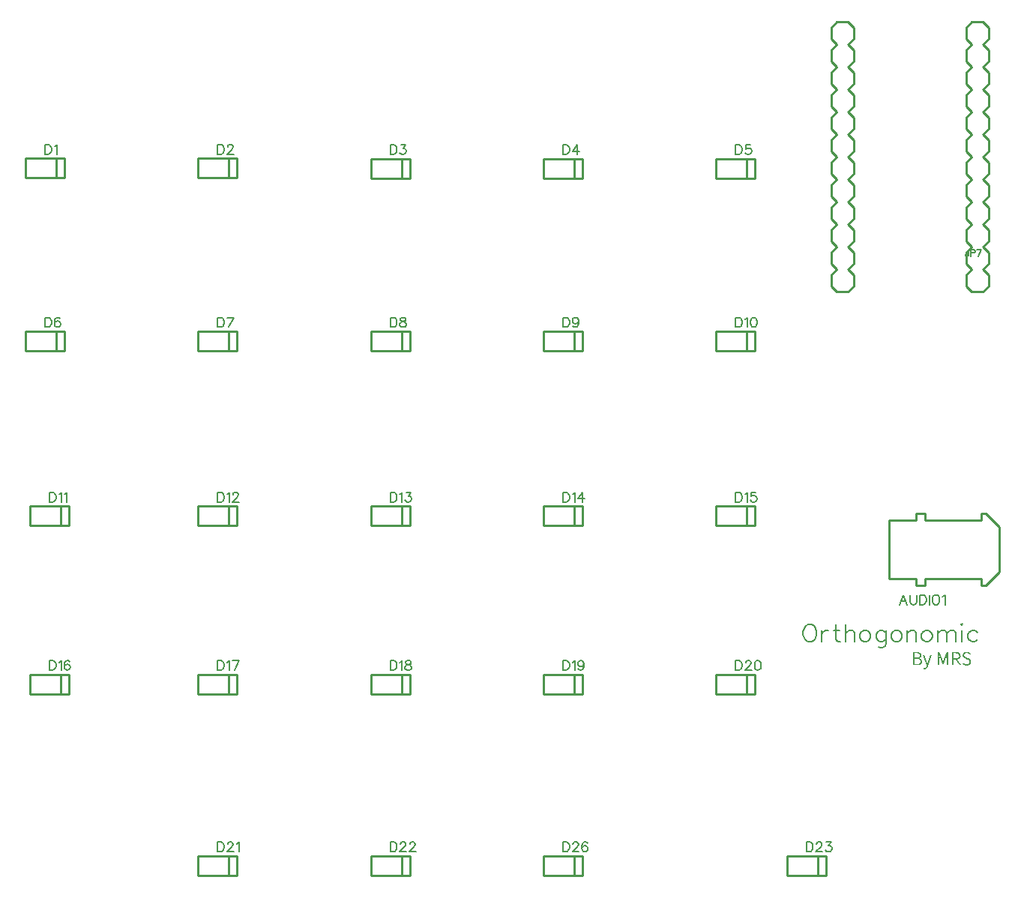
<source format=gto>
G04 Layer: TopSilkLayer*
G04 EasyEDA v6.4.17, 2021-03-21T20:07:18+01:00*
G04 c47a54ca09f5448bbd9a4779f7b556aa,4df854c6aec24255a39790d4430c752a,10*
G04 Gerber Generator version 0.2*
G04 Scale: 100 percent, Rotated: No, Reflected: No *
G04 Dimensions in millimeters *
G04 leading zeros omitted , absolute positions ,4 integer and 5 decimal *
%FSLAX45Y45*%
%MOMM*%

%ADD10C,0.2540*%
%ADD19C,0.2032*%
%ADD20C,0.1524*%

%LPD*%
G36*
X12211812Y1116584D02*
G01*
X12205360Y1116228D01*
X12199264Y1115263D01*
X12193524Y1113688D01*
X12188240Y1111554D01*
X12183364Y1108811D01*
X12179046Y1105611D01*
X12175286Y1101953D01*
X12172086Y1097838D01*
X12169495Y1093317D01*
X12167666Y1088440D01*
X12166498Y1083259D01*
X12166092Y1077722D01*
X12166803Y1070152D01*
X12168835Y1063548D01*
X12171984Y1057859D01*
X12175947Y1052982D01*
X12180620Y1048816D01*
X12185700Y1045311D01*
X12190984Y1042365D01*
X12217908Y1030478D01*
X12227864Y1025753D01*
X12232182Y1023213D01*
X12235942Y1020368D01*
X12239040Y1017066D01*
X12241326Y1013206D01*
X12242800Y1008583D01*
X12243308Y1003046D01*
X12242749Y997559D01*
X12241022Y992632D01*
X12238278Y988212D01*
X12234570Y984503D01*
X12229846Y981506D01*
X12224258Y979271D01*
X12217806Y977849D01*
X12210542Y977392D01*
X12204598Y977747D01*
X12198807Y978712D01*
X12193117Y980338D01*
X12187732Y982522D01*
X12182551Y985215D01*
X12177623Y988415D01*
X12173102Y992124D01*
X12168886Y996187D01*
X12158726Y984758D01*
X12163704Y979881D01*
X12169190Y975512D01*
X12175083Y971753D01*
X12181382Y968552D01*
X12188037Y966012D01*
X12195098Y964184D01*
X12202515Y963066D01*
X12210288Y962660D01*
X12217704Y963015D01*
X12224664Y964133D01*
X12231065Y965860D01*
X12236907Y968248D01*
X12242190Y971245D01*
X12246813Y974750D01*
X12250826Y978712D01*
X12254179Y983132D01*
X12256820Y987958D01*
X12258751Y993140D01*
X12259919Y998575D01*
X12260326Y1004316D01*
X12259716Y1012037D01*
X12257887Y1018794D01*
X12254992Y1024636D01*
X12251232Y1029665D01*
X12246610Y1033983D01*
X12241377Y1037742D01*
X12235535Y1041044D01*
X12229338Y1043940D01*
X12203480Y1055014D01*
X12199162Y1057148D01*
X12195048Y1059484D01*
X12191238Y1062228D01*
X12187936Y1065428D01*
X12185396Y1069238D01*
X12183719Y1073708D01*
X12183110Y1078992D01*
X12183618Y1083970D01*
X12185142Y1088440D01*
X12187631Y1092352D01*
X12190984Y1095654D01*
X12195149Y1098296D01*
X12200026Y1100226D01*
X12205614Y1101445D01*
X12211812Y1101852D01*
X12216993Y1101598D01*
X12221921Y1100836D01*
X12226594Y1099616D01*
X12230963Y1097991D01*
X12235180Y1095908D01*
X12239091Y1093470D01*
X12242850Y1090726D01*
X12246356Y1087628D01*
X12255246Y1098296D01*
X12251182Y1102156D01*
X12246711Y1105662D01*
X12241784Y1108760D01*
X12236500Y1111453D01*
X12230811Y1113586D01*
X12224766Y1115212D01*
X12218416Y1116228D01*
G37*
G36*
X12045188Y1114044D02*
G01*
X12045188Y1100328D01*
X12088114Y1100328D01*
X12096648Y1099972D01*
X12104116Y1098854D01*
X12110516Y1096924D01*
X12115850Y1094130D01*
X12120016Y1090320D01*
X12123013Y1085545D01*
X12124842Y1079652D01*
X12125452Y1072642D01*
X12124842Y1065682D01*
X12123013Y1059688D01*
X12120016Y1054608D01*
X12115850Y1050493D01*
X12110516Y1047292D01*
X12104116Y1045006D01*
X12096648Y1043635D01*
X12088114Y1043178D01*
X12062206Y1043178D01*
X12062206Y1100328D01*
X12045188Y1100328D01*
X12045188Y965200D01*
X12062206Y965200D01*
X12062206Y1029462D01*
X12089892Y1029462D01*
X12127230Y965200D01*
X12146026Y965200D01*
X12107672Y1030986D01*
X12112752Y1032357D01*
X12117476Y1034135D01*
X12121845Y1036269D01*
X12125909Y1038758D01*
X12129516Y1041603D01*
X12132767Y1044854D01*
X12135561Y1048512D01*
X12137898Y1052525D01*
X12139726Y1056944D01*
X12141098Y1061770D01*
X12141911Y1067003D01*
X12142216Y1072642D01*
X12141758Y1079855D01*
X12140539Y1086307D01*
X12138456Y1091946D01*
X12135612Y1096924D01*
X12132106Y1101191D01*
X12127890Y1104747D01*
X12123064Y1107744D01*
X12117628Y1110081D01*
X12111685Y1111859D01*
X12105182Y1113078D01*
X12098274Y1113790D01*
X12090908Y1114044D01*
G37*
G36*
X11881866Y1114044D02*
G01*
X11881866Y965200D01*
X11897106Y965200D01*
X11897055Y1056030D01*
X11896039Y1078230D01*
X11895074Y1094232D01*
X11895836Y1094232D01*
X11907774Y1060450D01*
X11936984Y980440D01*
X11948668Y980440D01*
X11977624Y1060450D01*
X11989308Y1094232D01*
X11990324Y1094232D01*
X11988952Y1072540D01*
X11988444Y1061313D01*
X11988292Y1051052D01*
X11988292Y965200D01*
X12003786Y965200D01*
X12003786Y1114044D01*
X11983212Y1114044D01*
X11954002Y1032764D01*
X11948972Y1016812D01*
X11943588Y1001014D01*
X11942572Y1001014D01*
X11931904Y1032764D01*
X11902694Y1114044D01*
G37*
G36*
X11603228Y1114044D02*
G01*
X11603228Y1100582D01*
X11643868Y1100582D01*
X11652351Y1100226D01*
X11659768Y1099210D01*
X11666067Y1097432D01*
X11671198Y1094892D01*
X11675211Y1091438D01*
X11678107Y1087069D01*
X11679885Y1081786D01*
X11680444Y1075436D01*
X11679936Y1069898D01*
X11678310Y1064920D01*
X11675567Y1060602D01*
X11671655Y1056944D01*
X11666474Y1053998D01*
X11659971Y1051814D01*
X11652148Y1050493D01*
X11642852Y1050036D01*
X11619992Y1050036D01*
X11619992Y1100582D01*
X11603228Y1100582D01*
X11603228Y1037082D01*
X11646916Y1037082D01*
X11653418Y1036878D01*
X11659412Y1036370D01*
X11664899Y1035456D01*
X11669877Y1034135D01*
X11674348Y1032459D01*
X11678208Y1030376D01*
X11681561Y1027937D01*
X11684304Y1025042D01*
X11686489Y1021740D01*
X11688064Y1018082D01*
X11689029Y1013917D01*
X11689334Y1009396D01*
X11689029Y1004316D01*
X11688013Y999693D01*
X11686438Y995578D01*
X11684203Y991920D01*
X11681409Y988771D01*
X11678056Y986028D01*
X11674094Y983742D01*
X11669674Y981913D01*
X11664696Y980440D01*
X11659209Y979474D01*
X11653316Y978865D01*
X11646916Y978662D01*
X11619992Y978662D01*
X11619992Y1037082D01*
X11603228Y1037082D01*
X11603228Y965200D01*
X11649456Y965200D01*
X11655552Y965352D01*
X11661444Y965860D01*
X11667032Y966724D01*
X11672316Y967892D01*
X11677294Y969416D01*
X11681917Y971296D01*
X11686184Y973531D01*
X11690146Y976071D01*
X11693652Y978966D01*
X11696750Y982167D01*
X11699443Y985723D01*
X11701729Y989634D01*
X11703507Y993851D01*
X11704777Y998474D01*
X11705590Y1003350D01*
X11705844Y1008634D01*
X11705285Y1015847D01*
X11703558Y1022299D01*
X11700865Y1027937D01*
X11697208Y1032814D01*
X11692686Y1036929D01*
X11687403Y1040231D01*
X11681460Y1042720D01*
X11674856Y1044448D01*
X11674856Y1045210D01*
X11679885Y1047394D01*
X11684304Y1050239D01*
X11688114Y1053642D01*
X11691213Y1057605D01*
X11693702Y1062075D01*
X11695480Y1066901D01*
X11696598Y1072032D01*
X11696954Y1077468D01*
X11696547Y1083614D01*
X11695277Y1089152D01*
X11693245Y1094130D01*
X11690502Y1098448D01*
X11687048Y1102258D01*
X11682882Y1105458D01*
X11678107Y1108151D01*
X11672773Y1110335D01*
X11666829Y1111961D01*
X11660428Y1113129D01*
X11653520Y1113840D01*
X11646154Y1114044D01*
G37*
G36*
X11714480Y1074928D02*
G01*
X11758676Y964692D01*
X11756390Y956056D01*
X11754408Y950925D01*
X11752122Y946150D01*
X11749481Y941933D01*
X11746534Y938276D01*
X11743182Y935278D01*
X11739422Y933043D01*
X11735308Y931671D01*
X11730736Y931164D01*
X11728399Y931316D01*
X11722100Y932942D01*
X11718798Y919480D01*
X11721439Y918464D01*
X11724436Y917752D01*
X11727738Y917346D01*
X11731244Y917194D01*
X11736374Y917549D01*
X11741099Y918565D01*
X11745468Y920191D01*
X11749481Y922375D01*
X11753189Y925118D01*
X11756542Y928319D01*
X11759641Y931926D01*
X11762435Y935990D01*
X11764975Y940358D01*
X11767312Y944981D01*
X11769445Y949909D01*
X11813286Y1074928D01*
X11797030Y1074928D01*
X11774119Y1004671D01*
X11767058Y981202D01*
X11766042Y981202D01*
X11755120Y1012190D01*
X11731752Y1074928D01*
G37*
D19*
X10418572Y1424178D02*
G01*
X10400029Y1415034D01*
X10381741Y1396492D01*
X10372343Y1377950D01*
X10363200Y1350263D01*
X10363200Y1304289D01*
X10372343Y1276350D01*
X10381741Y1258062D01*
X10400029Y1239520D01*
X10418572Y1230376D01*
X10455656Y1230376D01*
X10473943Y1239520D01*
X10492486Y1258062D01*
X10501629Y1276350D01*
X10511027Y1304289D01*
X10511027Y1350263D01*
X10501629Y1377950D01*
X10492486Y1396492D01*
X10473943Y1415034D01*
X10455656Y1424178D01*
X10418572Y1424178D01*
X10571988Y1359662D02*
G01*
X10571988Y1230376D01*
X10571988Y1304289D02*
G01*
X10581131Y1331976D01*
X10599674Y1350263D01*
X10618215Y1359662D01*
X10645902Y1359662D01*
X10734547Y1424178D02*
G01*
X10734547Y1267205D01*
X10743691Y1239520D01*
X10762234Y1230376D01*
X10780775Y1230376D01*
X10706861Y1359662D02*
G01*
X10771377Y1359662D01*
X10841736Y1424178D02*
G01*
X10841736Y1230376D01*
X10841736Y1322578D02*
G01*
X10869422Y1350263D01*
X10887709Y1359662D01*
X10915650Y1359662D01*
X10933938Y1350263D01*
X10943336Y1322578D01*
X10943336Y1230376D01*
X11050270Y1359662D02*
G01*
X11031981Y1350263D01*
X11013440Y1331976D01*
X11004295Y1304289D01*
X11004295Y1285747D01*
X11013440Y1258062D01*
X11031981Y1239520D01*
X11050270Y1230376D01*
X11078209Y1230376D01*
X11096497Y1239520D01*
X11115040Y1258062D01*
X11124184Y1285747D01*
X11124184Y1304289D01*
X11115040Y1331976D01*
X11096497Y1350263D01*
X11078209Y1359662D01*
X11050270Y1359662D01*
X11296141Y1359662D02*
G01*
X11296141Y1211834D01*
X11286743Y1184147D01*
X11277600Y1174750D01*
X11259058Y1165605D01*
X11231372Y1165605D01*
X11212829Y1174750D01*
X11296141Y1331976D02*
G01*
X11277600Y1350263D01*
X11259058Y1359662D01*
X11231372Y1359662D01*
X11212829Y1350263D01*
X11194541Y1331976D01*
X11185143Y1304289D01*
X11185143Y1285747D01*
X11194541Y1258062D01*
X11212829Y1239520D01*
X11231372Y1230376D01*
X11259058Y1230376D01*
X11277600Y1239520D01*
X11296141Y1258062D01*
X11403329Y1359662D02*
G01*
X11384788Y1350263D01*
X11366245Y1331976D01*
X11357102Y1304289D01*
X11357102Y1285747D01*
X11366245Y1258062D01*
X11384788Y1239520D01*
X11403329Y1230376D01*
X11431015Y1230376D01*
X11449304Y1239520D01*
X11467845Y1258062D01*
X11476990Y1285747D01*
X11476990Y1304289D01*
X11467845Y1331976D01*
X11449304Y1350263D01*
X11431015Y1359662D01*
X11403329Y1359662D01*
X11537950Y1359662D02*
G01*
X11537950Y1230376D01*
X11537950Y1322578D02*
G01*
X11565890Y1350263D01*
X11584177Y1359662D01*
X11611863Y1359662D01*
X11630406Y1350263D01*
X11639550Y1322578D01*
X11639550Y1230376D01*
X11746738Y1359662D02*
G01*
X11728450Y1350263D01*
X11709908Y1331976D01*
X11700509Y1304289D01*
X11700509Y1285747D01*
X11709908Y1258062D01*
X11728450Y1239520D01*
X11746738Y1230376D01*
X11774424Y1230376D01*
X11792965Y1239520D01*
X11811508Y1258062D01*
X11820652Y1285747D01*
X11820652Y1304289D01*
X11811508Y1331976D01*
X11792965Y1350263D01*
X11774424Y1359662D01*
X11746738Y1359662D01*
X11881611Y1359662D02*
G01*
X11881611Y1230376D01*
X11881611Y1322578D02*
G01*
X11909297Y1350263D01*
X11927840Y1359662D01*
X11955525Y1359662D01*
X11974068Y1350263D01*
X11983211Y1322578D01*
X11983211Y1230376D01*
X11983211Y1322578D02*
G01*
X12010897Y1350263D01*
X12029440Y1359662D01*
X12057125Y1359662D01*
X12075668Y1350263D01*
X12084811Y1322578D01*
X12084811Y1230376D01*
X12145772Y1424178D02*
G01*
X12155170Y1415034D01*
X12164313Y1424178D01*
X12155170Y1433576D01*
X12145772Y1424178D01*
X12155170Y1359662D02*
G01*
X12155170Y1230376D01*
X12336018Y1331976D02*
G01*
X12317729Y1350263D01*
X12299188Y1359662D01*
X12271502Y1359662D01*
X12252959Y1350263D01*
X12234418Y1331976D01*
X12225274Y1304289D01*
X12225274Y1285747D01*
X12234418Y1258062D01*
X12252959Y1239520D01*
X12271502Y1230376D01*
X12299188Y1230376D01*
X12317729Y1239520D01*
X12336018Y1258062D01*
D20*
X10399999Y-1032283D02*
G01*
X10399999Y-1141249D01*
X10399999Y-1032283D02*
G01*
X10436321Y-1032283D01*
X10452069Y-1037363D01*
X10462229Y-1047777D01*
X10467563Y-1058191D01*
X10472643Y-1073939D01*
X10472643Y-1099847D01*
X10467563Y-1115341D01*
X10462229Y-1125755D01*
X10452069Y-1136169D01*
X10436321Y-1141249D01*
X10399999Y-1141249D01*
X10512267Y-1058191D02*
G01*
X10512267Y-1053111D01*
X10517347Y-1042697D01*
X10522681Y-1037363D01*
X10533095Y-1032283D01*
X10553669Y-1032283D01*
X10564083Y-1037363D01*
X10569417Y-1042697D01*
X10574497Y-1053111D01*
X10574497Y-1063525D01*
X10569417Y-1073939D01*
X10559003Y-1089433D01*
X10506933Y-1141249D01*
X10579831Y-1141249D01*
X10624535Y-1032283D02*
G01*
X10681685Y-1032283D01*
X10650443Y-1073939D01*
X10665937Y-1073939D01*
X10676351Y-1079019D01*
X10681685Y-1084099D01*
X10686765Y-1099847D01*
X10686765Y-1110261D01*
X10681685Y-1125755D01*
X10671271Y-1136169D01*
X10655523Y-1141249D01*
X10640029Y-1141249D01*
X10624535Y-1136169D01*
X10619201Y-1131089D01*
X10614121Y-1120675D01*
X5699998Y-1032283D02*
G01*
X5699998Y-1141249D01*
X5699998Y-1032283D02*
G01*
X5736320Y-1032283D01*
X5752068Y-1037363D01*
X5762228Y-1047777D01*
X5767562Y-1058191D01*
X5772642Y-1073939D01*
X5772642Y-1099847D01*
X5767562Y-1115341D01*
X5762228Y-1125755D01*
X5752068Y-1136169D01*
X5736320Y-1141249D01*
X5699998Y-1141249D01*
X5812266Y-1058191D02*
G01*
X5812266Y-1053111D01*
X5817346Y-1042697D01*
X5822680Y-1037363D01*
X5833094Y-1032283D01*
X5853668Y-1032283D01*
X5864082Y-1037363D01*
X5869416Y-1042697D01*
X5874496Y-1053111D01*
X5874496Y-1063525D01*
X5869416Y-1073939D01*
X5859002Y-1089433D01*
X5806932Y-1141249D01*
X5879830Y-1141249D01*
X5919200Y-1058191D02*
G01*
X5919200Y-1053111D01*
X5924534Y-1042697D01*
X5929614Y-1037363D01*
X5940028Y-1032283D01*
X5960856Y-1032283D01*
X5971270Y-1037363D01*
X5976350Y-1042697D01*
X5981684Y-1053111D01*
X5981684Y-1063525D01*
X5976350Y-1073939D01*
X5965936Y-1089433D01*
X5914120Y-1141249D01*
X5986764Y-1141249D01*
X3750000Y-1032283D02*
G01*
X3750000Y-1141249D01*
X3750000Y-1032283D02*
G01*
X3786322Y-1032283D01*
X3802070Y-1037363D01*
X3812230Y-1047777D01*
X3817564Y-1058191D01*
X3822644Y-1073939D01*
X3822644Y-1099847D01*
X3817564Y-1115341D01*
X3812230Y-1125755D01*
X3802070Y-1136169D01*
X3786322Y-1141249D01*
X3750000Y-1141249D01*
X3862268Y-1058191D02*
G01*
X3862268Y-1053111D01*
X3867348Y-1042697D01*
X3872682Y-1037363D01*
X3883096Y-1032283D01*
X3903670Y-1032283D01*
X3914084Y-1037363D01*
X3919418Y-1042697D01*
X3924498Y-1053111D01*
X3924498Y-1063525D01*
X3919418Y-1073939D01*
X3909004Y-1089433D01*
X3856934Y-1141249D01*
X3929832Y-1141249D01*
X3964122Y-1053111D02*
G01*
X3974536Y-1047777D01*
X3990030Y-1032283D01*
X3990030Y-1141249D01*
X9600001Y1017717D02*
G01*
X9600001Y908751D01*
X9600001Y1017717D02*
G01*
X9636323Y1017717D01*
X9652071Y1012637D01*
X9662231Y1002223D01*
X9667565Y991809D01*
X9672645Y976061D01*
X9672645Y950153D01*
X9667565Y934659D01*
X9662231Y924245D01*
X9652071Y913831D01*
X9636323Y908751D01*
X9600001Y908751D01*
X9712269Y991809D02*
G01*
X9712269Y996889D01*
X9717349Y1007303D01*
X9722683Y1012637D01*
X9733097Y1017717D01*
X9753671Y1017717D01*
X9764085Y1012637D01*
X9769419Y1007303D01*
X9774499Y996889D01*
X9774499Y986475D01*
X9769419Y976061D01*
X9759005Y960567D01*
X9706935Y908751D01*
X9779833Y908751D01*
X9845111Y1017717D02*
G01*
X9829617Y1012637D01*
X9819203Y996889D01*
X9814123Y970981D01*
X9814123Y955487D01*
X9819203Y929325D01*
X9829617Y913831D01*
X9845111Y908751D01*
X9855525Y908751D01*
X9871273Y913831D01*
X9881687Y929325D01*
X9886767Y955487D01*
X9886767Y970981D01*
X9881687Y996889D01*
X9871273Y1012637D01*
X9855525Y1017717D01*
X9845111Y1017717D01*
X7649999Y1017717D02*
G01*
X7649999Y908751D01*
X7649999Y1017717D02*
G01*
X7686321Y1017717D01*
X7702069Y1012637D01*
X7712229Y1002223D01*
X7717563Y991809D01*
X7722643Y976061D01*
X7722643Y950153D01*
X7717563Y934659D01*
X7712229Y924245D01*
X7702069Y913831D01*
X7686321Y908751D01*
X7649999Y908751D01*
X7756933Y996889D02*
G01*
X7767347Y1002223D01*
X7783095Y1017717D01*
X7783095Y908751D01*
X7884949Y981395D02*
G01*
X7879615Y965901D01*
X7869201Y955487D01*
X7853707Y950153D01*
X7848373Y950153D01*
X7832879Y955487D01*
X7822465Y965901D01*
X7817385Y981395D01*
X7817385Y986475D01*
X7822465Y1002223D01*
X7832879Y1012637D01*
X7848373Y1017717D01*
X7853707Y1017717D01*
X7869201Y1012637D01*
X7879615Y1002223D01*
X7884949Y981395D01*
X7884949Y955487D01*
X7879615Y929325D01*
X7869201Y913831D01*
X7853707Y908751D01*
X7843293Y908751D01*
X7827799Y913831D01*
X7822465Y924245D01*
X5699998Y1017717D02*
G01*
X5699998Y908751D01*
X5699998Y1017717D02*
G01*
X5736320Y1017717D01*
X5752068Y1012637D01*
X5762228Y1002223D01*
X5767562Y991809D01*
X5772642Y976061D01*
X5772642Y950153D01*
X5767562Y934659D01*
X5762228Y924245D01*
X5752068Y913831D01*
X5736320Y908751D01*
X5699998Y908751D01*
X5806932Y996889D02*
G01*
X5817346Y1002223D01*
X5833094Y1017717D01*
X5833094Y908751D01*
X5893292Y1017717D02*
G01*
X5877798Y1012637D01*
X5872464Y1002223D01*
X5872464Y991809D01*
X5877798Y981395D01*
X5887958Y976061D01*
X5908786Y970981D01*
X5924534Y965901D01*
X5934948Y955487D01*
X5940028Y945073D01*
X5940028Y929325D01*
X5934948Y918911D01*
X5929614Y913831D01*
X5914120Y908751D01*
X5893292Y908751D01*
X5877798Y913831D01*
X5872464Y918911D01*
X5867384Y929325D01*
X5867384Y945073D01*
X5872464Y955487D01*
X5882878Y965901D01*
X5898372Y970981D01*
X5919200Y976061D01*
X5929614Y981395D01*
X5934948Y991809D01*
X5934948Y1002223D01*
X5929614Y1012637D01*
X5914120Y1017717D01*
X5893292Y1017717D01*
X3750000Y1017717D02*
G01*
X3750000Y908751D01*
X3750000Y1017717D02*
G01*
X3786322Y1017717D01*
X3802070Y1012637D01*
X3812230Y1002223D01*
X3817564Y991809D01*
X3822644Y976061D01*
X3822644Y950153D01*
X3817564Y934659D01*
X3812230Y924245D01*
X3802070Y913831D01*
X3786322Y908751D01*
X3750000Y908751D01*
X3856934Y996889D02*
G01*
X3867348Y1002223D01*
X3883096Y1017717D01*
X3883096Y908751D01*
X3990030Y1017717D02*
G01*
X3937960Y908751D01*
X3917386Y1017717D02*
G01*
X3990030Y1017717D01*
X1849998Y1017717D02*
G01*
X1849998Y908751D01*
X1849998Y1017717D02*
G01*
X1886320Y1017717D01*
X1902068Y1012637D01*
X1912228Y1002223D01*
X1917562Y991809D01*
X1922642Y976061D01*
X1922642Y950153D01*
X1917562Y934659D01*
X1912228Y924245D01*
X1902068Y913831D01*
X1886320Y908751D01*
X1849998Y908751D01*
X1956932Y996889D02*
G01*
X1967346Y1002223D01*
X1983094Y1017717D01*
X1983094Y908751D01*
X2079614Y1002223D02*
G01*
X2074534Y1012637D01*
X2058786Y1017717D01*
X2048372Y1017717D01*
X2032878Y1012637D01*
X2022464Y996889D01*
X2017384Y970981D01*
X2017384Y945073D01*
X2022464Y924245D01*
X2032878Y913831D01*
X2048372Y908751D01*
X2053706Y908751D01*
X2069200Y913831D01*
X2079614Y924245D01*
X2084948Y939739D01*
X2084948Y945073D01*
X2079614Y960567D01*
X2069200Y970981D01*
X2053706Y976061D01*
X2048372Y976061D01*
X2032878Y970981D01*
X2022464Y960567D01*
X2017384Y945073D01*
X9599998Y2917715D02*
G01*
X9599998Y2808749D01*
X9599998Y2917715D02*
G01*
X9636320Y2917715D01*
X9652068Y2912635D01*
X9662228Y2902221D01*
X9667562Y2891807D01*
X9672642Y2876059D01*
X9672642Y2850151D01*
X9667562Y2834657D01*
X9662228Y2824243D01*
X9652068Y2813829D01*
X9636320Y2808749D01*
X9599998Y2808749D01*
X9706932Y2896887D02*
G01*
X9717346Y2902221D01*
X9733094Y2917715D01*
X9733094Y2808749D01*
X9829614Y2917715D02*
G01*
X9777798Y2917715D01*
X9772464Y2870979D01*
X9777798Y2876059D01*
X9793292Y2881393D01*
X9808786Y2881393D01*
X9824534Y2876059D01*
X9834948Y2865899D01*
X9840028Y2850151D01*
X9840028Y2839737D01*
X9834948Y2824243D01*
X9824534Y2813829D01*
X9808786Y2808749D01*
X9793292Y2808749D01*
X9777798Y2813829D01*
X9772464Y2818909D01*
X9767384Y2829323D01*
X7649999Y2917715D02*
G01*
X7649999Y2808749D01*
X7649999Y2917715D02*
G01*
X7686321Y2917715D01*
X7702069Y2912635D01*
X7712229Y2902221D01*
X7717563Y2891807D01*
X7722643Y2876059D01*
X7722643Y2850151D01*
X7717563Y2834657D01*
X7712229Y2824243D01*
X7702069Y2813829D01*
X7686321Y2808749D01*
X7649999Y2808749D01*
X7756933Y2896887D02*
G01*
X7767347Y2902221D01*
X7783095Y2917715D01*
X7783095Y2808749D01*
X7869201Y2917715D02*
G01*
X7817385Y2845071D01*
X7895109Y2845071D01*
X7869201Y2917715D02*
G01*
X7869201Y2808749D01*
X5699998Y2917715D02*
G01*
X5699998Y2808749D01*
X5699998Y2917715D02*
G01*
X5736320Y2917715D01*
X5752068Y2912635D01*
X5762228Y2902221D01*
X5767562Y2891807D01*
X5772642Y2876059D01*
X5772642Y2850151D01*
X5767562Y2834657D01*
X5762228Y2824243D01*
X5752068Y2813829D01*
X5736320Y2808749D01*
X5699998Y2808749D01*
X5806932Y2896887D02*
G01*
X5817346Y2902221D01*
X5833094Y2917715D01*
X5833094Y2808749D01*
X5877798Y2917715D02*
G01*
X5934948Y2917715D01*
X5903706Y2876059D01*
X5919200Y2876059D01*
X5929614Y2870979D01*
X5934948Y2865899D01*
X5940028Y2850151D01*
X5940028Y2839737D01*
X5934948Y2824243D01*
X5924534Y2813829D01*
X5908786Y2808749D01*
X5893292Y2808749D01*
X5877798Y2813829D01*
X5872464Y2818909D01*
X5867384Y2829323D01*
X3750000Y2917715D02*
G01*
X3750000Y2808749D01*
X3750000Y2917715D02*
G01*
X3786322Y2917715D01*
X3802070Y2912635D01*
X3812230Y2902221D01*
X3817564Y2891807D01*
X3822644Y2876059D01*
X3822644Y2850151D01*
X3817564Y2834657D01*
X3812230Y2824243D01*
X3802070Y2813829D01*
X3786322Y2808749D01*
X3750000Y2808749D01*
X3856934Y2896887D02*
G01*
X3867348Y2902221D01*
X3883096Y2917715D01*
X3883096Y2808749D01*
X3922466Y2891807D02*
G01*
X3922466Y2896887D01*
X3927800Y2907301D01*
X3932880Y2912635D01*
X3943294Y2917715D01*
X3964122Y2917715D01*
X3974536Y2912635D01*
X3979616Y2907301D01*
X3984950Y2896887D01*
X3984950Y2886473D01*
X3979616Y2876059D01*
X3969202Y2860565D01*
X3917386Y2808749D01*
X3990030Y2808749D01*
X1849998Y2917715D02*
G01*
X1849998Y2808749D01*
X1849998Y2917715D02*
G01*
X1886320Y2917715D01*
X1902068Y2912635D01*
X1912228Y2902221D01*
X1917562Y2891807D01*
X1922642Y2876059D01*
X1922642Y2850151D01*
X1917562Y2834657D01*
X1912228Y2824243D01*
X1902068Y2813829D01*
X1886320Y2808749D01*
X1849998Y2808749D01*
X1956932Y2896887D02*
G01*
X1967346Y2902221D01*
X1983094Y2917715D01*
X1983094Y2808749D01*
X2017384Y2896887D02*
G01*
X2027798Y2902221D01*
X2043292Y2917715D01*
X2043292Y2808749D01*
X9599998Y4892715D02*
G01*
X9599998Y4783749D01*
X9599998Y4892715D02*
G01*
X9636320Y4892715D01*
X9652068Y4887635D01*
X9662228Y4877221D01*
X9667562Y4866807D01*
X9672642Y4851059D01*
X9672642Y4825151D01*
X9667562Y4809657D01*
X9662228Y4799243D01*
X9652068Y4788829D01*
X9636320Y4783749D01*
X9599998Y4783749D01*
X9706932Y4871887D02*
G01*
X9717346Y4877221D01*
X9733094Y4892715D01*
X9733094Y4783749D01*
X9798372Y4892715D02*
G01*
X9782878Y4887635D01*
X9772464Y4871887D01*
X9767384Y4845979D01*
X9767384Y4830485D01*
X9772464Y4804323D01*
X9782878Y4788829D01*
X9798372Y4783749D01*
X9808786Y4783749D01*
X9824534Y4788829D01*
X9834948Y4804323D01*
X9840028Y4830485D01*
X9840028Y4845979D01*
X9834948Y4871887D01*
X9824534Y4887635D01*
X9808786Y4892715D01*
X9798372Y4892715D01*
X7649999Y4892715D02*
G01*
X7649999Y4783749D01*
X7649999Y4892715D02*
G01*
X7686321Y4892715D01*
X7702069Y4887635D01*
X7712229Y4877221D01*
X7717563Y4866807D01*
X7722643Y4851059D01*
X7722643Y4825151D01*
X7717563Y4809657D01*
X7712229Y4799243D01*
X7702069Y4788829D01*
X7686321Y4783749D01*
X7649999Y4783749D01*
X7824497Y4856393D02*
G01*
X7819417Y4840899D01*
X7809003Y4830485D01*
X7793509Y4825151D01*
X7788175Y4825151D01*
X7772681Y4830485D01*
X7762267Y4840899D01*
X7756933Y4856393D01*
X7756933Y4861473D01*
X7762267Y4877221D01*
X7772681Y4887635D01*
X7788175Y4892715D01*
X7793509Y4892715D01*
X7809003Y4887635D01*
X7819417Y4877221D01*
X7824497Y4856393D01*
X7824497Y4830485D01*
X7819417Y4804323D01*
X7809003Y4788829D01*
X7793509Y4783749D01*
X7783095Y4783749D01*
X7767347Y4788829D01*
X7762267Y4799243D01*
X5699998Y4892715D02*
G01*
X5699998Y4783749D01*
X5699998Y4892715D02*
G01*
X5736320Y4892715D01*
X5752068Y4887635D01*
X5762228Y4877221D01*
X5767562Y4866807D01*
X5772642Y4851059D01*
X5772642Y4825151D01*
X5767562Y4809657D01*
X5762228Y4799243D01*
X5752068Y4788829D01*
X5736320Y4783749D01*
X5699998Y4783749D01*
X5833094Y4892715D02*
G01*
X5817346Y4887635D01*
X5812266Y4877221D01*
X5812266Y4866807D01*
X5817346Y4856393D01*
X5827760Y4851059D01*
X5848588Y4845979D01*
X5864082Y4840899D01*
X5874496Y4830485D01*
X5879830Y4820071D01*
X5879830Y4804323D01*
X5874496Y4793909D01*
X5869416Y4788829D01*
X5853668Y4783749D01*
X5833094Y4783749D01*
X5817346Y4788829D01*
X5812266Y4793909D01*
X5806932Y4804323D01*
X5806932Y4820071D01*
X5812266Y4830485D01*
X5822680Y4840899D01*
X5838174Y4845979D01*
X5859002Y4851059D01*
X5869416Y4856393D01*
X5874496Y4866807D01*
X5874496Y4877221D01*
X5869416Y4887635D01*
X5853668Y4892715D01*
X5833094Y4892715D01*
X3750000Y4892715D02*
G01*
X3750000Y4783749D01*
X3750000Y4892715D02*
G01*
X3786322Y4892715D01*
X3802070Y4887635D01*
X3812230Y4877221D01*
X3817564Y4866807D01*
X3822644Y4851059D01*
X3822644Y4825151D01*
X3817564Y4809657D01*
X3812230Y4799243D01*
X3802070Y4788829D01*
X3786322Y4783749D01*
X3750000Y4783749D01*
X3929832Y4892715D02*
G01*
X3877762Y4783749D01*
X3856934Y4892715D02*
G01*
X3929832Y4892715D01*
X1799998Y4892718D02*
G01*
X1799998Y4783752D01*
X1799998Y4892718D02*
G01*
X1836320Y4892718D01*
X1852068Y4887638D01*
X1862228Y4877224D01*
X1867562Y4866810D01*
X1872642Y4851062D01*
X1872642Y4825154D01*
X1867562Y4809660D01*
X1862228Y4799246D01*
X1852068Y4788832D01*
X1836320Y4783752D01*
X1799998Y4783752D01*
X1969416Y4877224D02*
G01*
X1964082Y4887638D01*
X1948588Y4892718D01*
X1938174Y4892718D01*
X1922680Y4887638D01*
X1912266Y4871890D01*
X1906932Y4845982D01*
X1906932Y4820074D01*
X1912266Y4799246D01*
X1922680Y4788832D01*
X1938174Y4783752D01*
X1943508Y4783752D01*
X1959002Y4788832D01*
X1969416Y4799246D01*
X1974496Y4814740D01*
X1974496Y4820074D01*
X1969416Y4835568D01*
X1959002Y4845982D01*
X1943508Y4851062D01*
X1938174Y4851062D01*
X1922680Y4845982D01*
X1912266Y4835568D01*
X1906932Y4820074D01*
X9599998Y6842716D02*
G01*
X9599998Y6733750D01*
X9599998Y6842716D02*
G01*
X9636320Y6842716D01*
X9652068Y6837636D01*
X9662228Y6827222D01*
X9667562Y6816808D01*
X9672642Y6801060D01*
X9672642Y6775152D01*
X9667562Y6759658D01*
X9662228Y6749244D01*
X9652068Y6738830D01*
X9636320Y6733750D01*
X9599998Y6733750D01*
X9769416Y6842716D02*
G01*
X9717346Y6842716D01*
X9712266Y6795980D01*
X9717346Y6801060D01*
X9733094Y6806394D01*
X9748588Y6806394D01*
X9764082Y6801060D01*
X9774496Y6790900D01*
X9779830Y6775152D01*
X9779830Y6764738D01*
X9774496Y6749244D01*
X9764082Y6738830D01*
X9748588Y6733750D01*
X9733094Y6733750D01*
X9717346Y6738830D01*
X9712266Y6743910D01*
X9706932Y6754324D01*
X7649999Y6842716D02*
G01*
X7649999Y6733750D01*
X7649999Y6842716D02*
G01*
X7686321Y6842716D01*
X7702069Y6837636D01*
X7712229Y6827222D01*
X7717563Y6816808D01*
X7722643Y6801060D01*
X7722643Y6775152D01*
X7717563Y6759658D01*
X7712229Y6749244D01*
X7702069Y6738830D01*
X7686321Y6733750D01*
X7649999Y6733750D01*
X7809003Y6842716D02*
G01*
X7756933Y6770072D01*
X7834911Y6770072D01*
X7809003Y6842716D02*
G01*
X7809003Y6733750D01*
X5699998Y6842716D02*
G01*
X5699998Y6733750D01*
X5699998Y6842716D02*
G01*
X5736320Y6842716D01*
X5752068Y6837636D01*
X5762228Y6827222D01*
X5767562Y6816808D01*
X5772642Y6801060D01*
X5772642Y6775152D01*
X5767562Y6759658D01*
X5762228Y6749244D01*
X5752068Y6738830D01*
X5736320Y6733750D01*
X5699998Y6733750D01*
X5817346Y6842716D02*
G01*
X5874496Y6842716D01*
X5843508Y6801060D01*
X5859002Y6801060D01*
X5869416Y6795980D01*
X5874496Y6790900D01*
X5879830Y6775152D01*
X5879830Y6764738D01*
X5874496Y6749244D01*
X5864082Y6738830D01*
X5848588Y6733750D01*
X5833094Y6733750D01*
X5817346Y6738830D01*
X5812266Y6743910D01*
X5806932Y6754324D01*
X3750000Y6846315D02*
G01*
X3750000Y6737350D01*
X3750000Y6846315D02*
G01*
X3786322Y6846315D01*
X3802070Y6841236D01*
X3812230Y6830821D01*
X3817564Y6820408D01*
X3822644Y6804660D01*
X3822644Y6778752D01*
X3817564Y6763258D01*
X3812230Y6752844D01*
X3802070Y6742429D01*
X3786322Y6737350D01*
X3750000Y6737350D01*
X3862268Y6820408D02*
G01*
X3862268Y6825487D01*
X3867348Y6835902D01*
X3872682Y6841236D01*
X3883096Y6846315D01*
X3903670Y6846315D01*
X3914084Y6841236D01*
X3919418Y6835902D01*
X3924498Y6825487D01*
X3924498Y6815073D01*
X3919418Y6804660D01*
X3909004Y6789165D01*
X3856934Y6737350D01*
X3929832Y6737350D01*
X1799998Y6846315D02*
G01*
X1799998Y6737350D01*
X1799998Y6846315D02*
G01*
X1836320Y6846315D01*
X1852068Y6841236D01*
X1862228Y6830821D01*
X1867562Y6820408D01*
X1872642Y6804660D01*
X1872642Y6778752D01*
X1867562Y6763258D01*
X1862228Y6752844D01*
X1852068Y6742429D01*
X1836320Y6737350D01*
X1799998Y6737350D01*
X1906932Y6825487D02*
G01*
X1917346Y6830821D01*
X1933094Y6846315D01*
X1933094Y6737350D01*
X7649999Y-1032283D02*
G01*
X7649999Y-1141249D01*
X7649999Y-1032283D02*
G01*
X7686321Y-1032283D01*
X7702069Y-1037363D01*
X7712229Y-1047777D01*
X7717563Y-1058191D01*
X7722643Y-1073939D01*
X7722643Y-1099847D01*
X7717563Y-1115341D01*
X7712229Y-1125755D01*
X7702069Y-1136169D01*
X7686321Y-1141249D01*
X7649999Y-1141249D01*
X7762267Y-1058191D02*
G01*
X7762267Y-1053111D01*
X7767347Y-1042697D01*
X7772681Y-1037363D01*
X7783095Y-1032283D01*
X7803669Y-1032283D01*
X7814083Y-1037363D01*
X7819417Y-1042697D01*
X7824497Y-1053111D01*
X7824497Y-1063525D01*
X7819417Y-1073939D01*
X7809003Y-1089433D01*
X7756933Y-1141249D01*
X7829831Y-1141249D01*
X7926351Y-1047777D02*
G01*
X7921271Y-1037363D01*
X7905523Y-1032283D01*
X7895109Y-1032283D01*
X7879615Y-1037363D01*
X7869201Y-1053111D01*
X7864121Y-1079019D01*
X7864121Y-1104927D01*
X7869201Y-1125755D01*
X7879615Y-1136169D01*
X7895109Y-1141249D01*
X7900443Y-1141249D01*
X7915937Y-1136169D01*
X7926351Y-1125755D01*
X7931685Y-1110261D01*
X7931685Y-1104927D01*
X7926351Y-1089433D01*
X7915937Y-1079019D01*
X7900443Y-1073939D01*
X7895109Y-1073939D01*
X7879615Y-1079019D01*
X7869201Y-1089433D01*
X7864121Y-1104927D01*
X12231624Y5660136D02*
G01*
X12231624Y5604510D01*
X12228322Y5594350D01*
X12224765Y5590794D01*
X12217908Y5587237D01*
X12211050Y5587237D01*
X12203938Y5590794D01*
X12200636Y5594350D01*
X12197079Y5604510D01*
X12197079Y5611621D01*
X12254484Y5660136D02*
G01*
X12254484Y5587237D01*
X12254484Y5660136D02*
G01*
X12285725Y5660136D01*
X12296140Y5656579D01*
X12299695Y5653023D01*
X12302997Y5646165D01*
X12302997Y5635752D01*
X12299695Y5628894D01*
X12296140Y5625337D01*
X12285725Y5622036D01*
X12254484Y5622036D01*
X12374372Y5660136D02*
G01*
X12339827Y5587237D01*
X12325858Y5660136D02*
G01*
X12374372Y5660136D01*
X11496547Y1758950D02*
G01*
X11455145Y1649984D01*
X11496547Y1758950D02*
G01*
X11538204Y1649984D01*
X11470640Y1686305D02*
G01*
X11522456Y1686305D01*
X11572493Y1758950D02*
G01*
X11572493Y1680971D01*
X11577574Y1665478D01*
X11587988Y1655063D01*
X11603736Y1649984D01*
X11613895Y1649984D01*
X11629643Y1655063D01*
X11640058Y1665478D01*
X11645138Y1680971D01*
X11645138Y1758950D01*
X11679427Y1758950D02*
G01*
X11679427Y1649984D01*
X11679427Y1758950D02*
G01*
X11715750Y1758950D01*
X11731497Y1753870D01*
X11741911Y1743455D01*
X11746991Y1733042D01*
X11752325Y1717294D01*
X11752325Y1691386D01*
X11746991Y1675892D01*
X11741911Y1665478D01*
X11731497Y1655063D01*
X11715750Y1649984D01*
X11679427Y1649984D01*
X11786615Y1758950D02*
G01*
X11786615Y1649984D01*
X11851893Y1758950D02*
G01*
X11841479Y1753870D01*
X11831065Y1743455D01*
X11825986Y1733042D01*
X11820906Y1717294D01*
X11820906Y1691386D01*
X11825986Y1675892D01*
X11831065Y1665478D01*
X11841479Y1655063D01*
X11851893Y1649984D01*
X11872722Y1649984D01*
X11883136Y1655063D01*
X11893550Y1665478D01*
X11898629Y1675892D01*
X11903963Y1691386D01*
X11903963Y1717294D01*
X11898629Y1733042D01*
X11893550Y1743455D01*
X11883136Y1753870D01*
X11872722Y1758950D01*
X11851893Y1758950D01*
X11938254Y1738121D02*
G01*
X11948668Y1743455D01*
X11964161Y1758950D01*
X11964161Y1649984D01*
D10*
X10619996Y-1410002D02*
G01*
X10179997Y-1410002D01*
X10619996Y-1189997D02*
G01*
X10179997Y-1189997D01*
X10619996Y-1410002D02*
G01*
X10619996Y-1189997D01*
X10179997Y-1410002D02*
G01*
X10179997Y-1189997D01*
X10526059Y-1410002D02*
G01*
X10526059Y-1189997D01*
X5919995Y-1410002D02*
G01*
X5479996Y-1410002D01*
X5919995Y-1189997D02*
G01*
X5479996Y-1189997D01*
X5919995Y-1410002D02*
G01*
X5919995Y-1189997D01*
X5479996Y-1410002D02*
G01*
X5479996Y-1189997D01*
X5826058Y-1410002D02*
G01*
X5826058Y-1189997D01*
X3969997Y-1410002D02*
G01*
X3529998Y-1410002D01*
X3969997Y-1189997D02*
G01*
X3529998Y-1189997D01*
X3969997Y-1410002D02*
G01*
X3969997Y-1189997D01*
X3529998Y-1410002D02*
G01*
X3529998Y-1189997D01*
X3876060Y-1410002D02*
G01*
X3876060Y-1189997D01*
X9819998Y639998D02*
G01*
X9379999Y639998D01*
X9819998Y860003D02*
G01*
X9379999Y860003D01*
X9819998Y639998D02*
G01*
X9819998Y860003D01*
X9379999Y639998D02*
G01*
X9379999Y860003D01*
X9726061Y639998D02*
G01*
X9726061Y860003D01*
X7869996Y639998D02*
G01*
X7429997Y639998D01*
X7869996Y860003D02*
G01*
X7429997Y860003D01*
X7869996Y639998D02*
G01*
X7869996Y860003D01*
X7429997Y639998D02*
G01*
X7429997Y860003D01*
X7776060Y639998D02*
G01*
X7776060Y860003D01*
X5919995Y639998D02*
G01*
X5479996Y639998D01*
X5919995Y860003D02*
G01*
X5479996Y860003D01*
X5919995Y639998D02*
G01*
X5919995Y860003D01*
X5479996Y639998D02*
G01*
X5479996Y860003D01*
X5826058Y639998D02*
G01*
X5826058Y860003D01*
X3969997Y639998D02*
G01*
X3529998Y639998D01*
X3969997Y860003D02*
G01*
X3529998Y860003D01*
X3969997Y639998D02*
G01*
X3969997Y860003D01*
X3529998Y639998D02*
G01*
X3529998Y860003D01*
X3876060Y639998D02*
G01*
X3876060Y860003D01*
X2069995Y639998D02*
G01*
X1629996Y639998D01*
X2069995Y860003D02*
G01*
X1629996Y860003D01*
X2069995Y639998D02*
G01*
X2069995Y860003D01*
X1629996Y639998D02*
G01*
X1629996Y860003D01*
X1976059Y639998D02*
G01*
X1976059Y860003D01*
X9819995Y2539997D02*
G01*
X9379996Y2539997D01*
X9819995Y2760002D02*
G01*
X9379996Y2760002D01*
X9819995Y2539997D02*
G01*
X9819995Y2760002D01*
X9379996Y2539997D02*
G01*
X9379996Y2760002D01*
X9726058Y2539997D02*
G01*
X9726058Y2760002D01*
X7869996Y2539997D02*
G01*
X7429997Y2539997D01*
X7869996Y2760002D02*
G01*
X7429997Y2760002D01*
X7869996Y2539997D02*
G01*
X7869996Y2760002D01*
X7429997Y2539997D02*
G01*
X7429997Y2760002D01*
X7776060Y2539997D02*
G01*
X7776060Y2760002D01*
X5919995Y2539997D02*
G01*
X5479996Y2539997D01*
X5919995Y2760002D02*
G01*
X5479996Y2760002D01*
X5919995Y2539997D02*
G01*
X5919995Y2760002D01*
X5479996Y2539997D02*
G01*
X5479996Y2760002D01*
X5826058Y2539997D02*
G01*
X5826058Y2760002D01*
X3969997Y2539997D02*
G01*
X3529998Y2539997D01*
X3969997Y2760002D02*
G01*
X3529998Y2760002D01*
X3969997Y2539997D02*
G01*
X3969997Y2760002D01*
X3529998Y2539997D02*
G01*
X3529998Y2760002D01*
X3876060Y2539997D02*
G01*
X3876060Y2760002D01*
X2069995Y2539997D02*
G01*
X1629996Y2539997D01*
X2069995Y2760002D02*
G01*
X1629996Y2760002D01*
X2069995Y2539997D02*
G01*
X2069995Y2760002D01*
X1629996Y2539997D02*
G01*
X1629996Y2760002D01*
X1976059Y2539997D02*
G01*
X1976059Y2760002D01*
X9819995Y4514997D02*
G01*
X9379996Y4514997D01*
X9819995Y4735001D02*
G01*
X9379996Y4735001D01*
X9819995Y4514997D02*
G01*
X9819995Y4735001D01*
X9379996Y4514997D02*
G01*
X9379996Y4735001D01*
X9726058Y4514997D02*
G01*
X9726058Y4735001D01*
X7869996Y4514997D02*
G01*
X7429997Y4514997D01*
X7869996Y4735001D02*
G01*
X7429997Y4735001D01*
X7869996Y4514997D02*
G01*
X7869996Y4735001D01*
X7429997Y4514997D02*
G01*
X7429997Y4735001D01*
X7776060Y4514997D02*
G01*
X7776060Y4735001D01*
X5919995Y4514997D02*
G01*
X5479996Y4514997D01*
X5919995Y4735001D02*
G01*
X5479996Y4735001D01*
X5919995Y4514997D02*
G01*
X5919995Y4735001D01*
X5479996Y4514997D02*
G01*
X5479996Y4735001D01*
X5826058Y4514997D02*
G01*
X5826058Y4735001D01*
X3969997Y4514997D02*
G01*
X3529998Y4514997D01*
X3969997Y4735001D02*
G01*
X3529998Y4735001D01*
X3969997Y4514997D02*
G01*
X3969997Y4735001D01*
X3529998Y4514997D02*
G01*
X3529998Y4735001D01*
X3876060Y4514997D02*
G01*
X3876060Y4735001D01*
X2019995Y4514999D02*
G01*
X1579996Y4514999D01*
X2019995Y4735004D02*
G01*
X1579996Y4735004D01*
X2019995Y4514999D02*
G01*
X2019995Y4735004D01*
X1579996Y4514999D02*
G01*
X1579996Y4735004D01*
X1926059Y4514999D02*
G01*
X1926059Y4735004D01*
X9819995Y6464998D02*
G01*
X9379996Y6464998D01*
X9819995Y6685003D02*
G01*
X9379996Y6685003D01*
X9819995Y6464998D02*
G01*
X9819995Y6685003D01*
X9379996Y6464998D02*
G01*
X9379996Y6685003D01*
X9726058Y6464998D02*
G01*
X9726058Y6685003D01*
X7869996Y6464998D02*
G01*
X7429997Y6464998D01*
X7869996Y6685003D02*
G01*
X7429997Y6685003D01*
X7869996Y6464998D02*
G01*
X7869996Y6685003D01*
X7429997Y6464998D02*
G01*
X7429997Y6685003D01*
X7776060Y6464998D02*
G01*
X7776060Y6685003D01*
X5919995Y6464998D02*
G01*
X5479996Y6464998D01*
X5919995Y6685003D02*
G01*
X5479996Y6685003D01*
X5919995Y6464998D02*
G01*
X5919995Y6685003D01*
X5479996Y6464998D02*
G01*
X5479996Y6685003D01*
X5826058Y6464998D02*
G01*
X5826058Y6685003D01*
X3969997Y6468597D02*
G01*
X3529998Y6468597D01*
X3969997Y6688602D02*
G01*
X3529998Y6688602D01*
X3969997Y6468597D02*
G01*
X3969997Y6688602D01*
X3529998Y6468597D02*
G01*
X3529998Y6688602D01*
X3876060Y6468597D02*
G01*
X3876060Y6688602D01*
X2019995Y6468597D02*
G01*
X1579996Y6468597D01*
X2019995Y6688602D02*
G01*
X1579996Y6688602D01*
X2019995Y6468597D02*
G01*
X2019995Y6688602D01*
X1579996Y6468597D02*
G01*
X1579996Y6688602D01*
X1926059Y6468597D02*
G01*
X1926059Y6688602D01*
X7869996Y-1410002D02*
G01*
X7429997Y-1410002D01*
X7869996Y-1189997D02*
G01*
X7429997Y-1189997D01*
X7869996Y-1410002D02*
G01*
X7869996Y-1189997D01*
X7429997Y-1410002D02*
G01*
X7429997Y-1189997D01*
X7776060Y-1410002D02*
G01*
X7776060Y-1189997D01*
X12458700Y5753100D02*
G01*
X12395200Y5689600D01*
X12458700Y5626100D01*
X12458700Y5499100D01*
X12395200Y5435600D01*
X12458700Y5372100D01*
X12458700Y5245100D01*
X12395200Y5181600D01*
X12268200Y5181600D01*
X12204700Y5245100D01*
X12204700Y5372100D01*
X12268200Y5435600D01*
X12204700Y5499100D01*
X12204700Y5626100D01*
X12268200Y5689600D01*
X12204700Y5753100D01*
X12204700Y5880100D01*
X12268200Y5943600D01*
X12204700Y6007100D01*
X12204700Y6134100D01*
X12268200Y6197600D01*
X12204700Y6261100D01*
X12204700Y6388100D01*
X12268200Y6451600D01*
X12204700Y6515100D01*
X12204700Y6642100D01*
X12268200Y6705600D01*
X12204700Y6769100D01*
X12204700Y6896100D01*
X12268200Y6959600D01*
X12204700Y7023100D01*
X12204700Y7150100D01*
X12268200Y7213600D01*
X12204700Y7277100D01*
X12204700Y7404100D01*
X12268200Y7467600D01*
X12204700Y7531100D01*
X12204700Y7658100D01*
X12268200Y7721600D01*
X12204700Y7785100D01*
X12204700Y7912100D01*
X12268200Y7975600D01*
X12204700Y8039100D01*
X12204700Y8166100D01*
X12268200Y8229600D01*
X12395200Y8229600D01*
X12458700Y8166100D01*
X12458700Y8039100D01*
X12395200Y7975600D01*
X12458700Y7912100D01*
X12458700Y7785100D01*
X12395200Y7721600D01*
X12458700Y7658100D01*
X12458700Y7531100D01*
X12395200Y7467600D01*
X12458700Y7404100D01*
X12458700Y7277100D01*
X12395200Y7213600D01*
X12458700Y7150100D01*
X12458700Y7023100D01*
X12395200Y6959600D01*
X12458700Y6896100D01*
X12458700Y6769100D01*
X12395200Y6705600D01*
X12458700Y6642100D01*
X12458700Y6515100D01*
X12395200Y6451600D01*
X12458700Y6388100D01*
X12458700Y6261100D01*
X12395200Y6197600D01*
X12458700Y6134100D01*
X12458700Y6007100D01*
X12395200Y5943600D01*
X12458700Y5880100D01*
X12458700Y5753100D01*
X10680700Y7658100D02*
G01*
X10744200Y7721600D01*
X10680700Y7785100D01*
X10680700Y7912100D01*
X10744200Y7975600D01*
X10680700Y8039100D01*
X10680700Y8166100D01*
X10744200Y8229600D01*
X10871200Y8229600D01*
X10934700Y8166100D01*
X10934700Y8039100D01*
X10871200Y7975600D01*
X10934700Y7912100D01*
X10934700Y7785100D01*
X10871200Y7721600D01*
X10934700Y7658100D01*
X10934700Y7531100D01*
X10871200Y7467600D01*
X10934700Y7404100D01*
X10934700Y7277100D01*
X10871200Y7213600D01*
X10934700Y7150100D01*
X10934700Y7023100D01*
X10871200Y6959600D01*
X10934700Y6896100D01*
X10934700Y6769100D01*
X10871200Y6705600D01*
X10934700Y6642100D01*
X10934700Y6515100D01*
X10871200Y6451600D01*
X10934700Y6388100D01*
X10934700Y6261100D01*
X10871200Y6197600D01*
X10934700Y6134100D01*
X10934700Y6007100D01*
X10871200Y5943600D01*
X10934700Y5880100D01*
X10934700Y5753100D01*
X10871200Y5689600D01*
X10934700Y5626100D01*
X10934700Y5499100D01*
X10871200Y5435600D01*
X10934700Y5372100D01*
X10934700Y5245100D01*
X10871200Y5181600D01*
X10744200Y5181600D01*
X10680700Y5245100D01*
X10680700Y5372100D01*
X10744200Y5435600D01*
X10680700Y5499100D01*
X10680700Y5626100D01*
X10744200Y5689600D01*
X10680700Y5753100D01*
X10680700Y5880100D01*
X10744200Y5943600D01*
X10680700Y6007100D01*
X10680700Y6134100D01*
X10744200Y6197600D01*
X10680700Y6261100D01*
X10680700Y6388100D01*
X10744200Y6451600D01*
X10680700Y6515100D01*
X10680700Y6642100D01*
X10744200Y6705600D01*
X10680700Y6769100D01*
X10680700Y6896100D01*
X10744200Y6959600D01*
X10680700Y7023100D01*
X10680700Y7150100D01*
X10744200Y7213600D01*
X10680700Y7277100D01*
X10680700Y7404100D01*
X10744200Y7467600D01*
X10680700Y7531100D01*
X10680700Y7658100D01*
X12574015Y2095500D02*
G01*
X12574015Y2019300D01*
X12421615Y1866900D01*
X12370815Y1866900D01*
X12370815Y1943100D01*
X11735815Y1943100D01*
X11735815Y1866900D01*
X11634215Y1866900D01*
X11634215Y1943100D01*
X11329415Y1943100D01*
X11329415Y1943100D01*
X12574015Y2451100D02*
G01*
X12574015Y2527300D01*
X12421615Y2679700D01*
X12370815Y2679700D01*
X12370815Y2603500D01*
X11735815Y2603500D01*
X11735815Y2679700D01*
X11634215Y2679700D01*
X11634215Y2603500D01*
X11329415Y2603500D01*
X11329415Y2603500D01*
X12574015Y2095500D02*
G01*
X12574015Y2451100D01*
X11329415Y1943100D02*
G01*
X11329415Y2603500D01*
M02*

</source>
